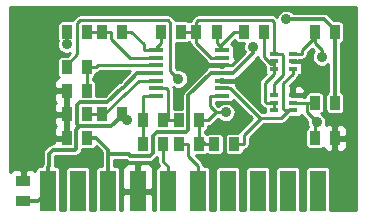
<source format=gbl>
%FSLAX46Y46*%
G04 Gerber Fmt 4.6, Leading zero omitted, Abs format (unit mm)*
G04 Created by KiCad (PCBNEW (2014-09-02 BZR 5112)-product) date 2015-01-28 2:30:08 PM*
%MOMM*%
G01*
G04 APERTURE LIST*
%ADD10C,0.150000*%
%ADD11R,1.300480X0.299720*%
%ADD12R,0.797560X0.398780*%
%ADD13R,0.812800X1.143000*%
%ADD14R,1.143000X0.812800*%
%ADD15R,1.350000X3.500000*%
%ADD16C,0.889000*%
%ADD17C,0.304800*%
%ADD18C,0.254000*%
G04 APERTURE END LIST*
D10*
D11*
X110706000Y-84430400D03*
X110706000Y-83795400D03*
X110706000Y-83135000D03*
X110706000Y-82500000D03*
X110706000Y-81839600D03*
X110706000Y-81191900D03*
X110706000Y-80544200D03*
X116294000Y-80544200D03*
X116294000Y-81191900D03*
X116294000Y-81839600D03*
X116294000Y-82500000D03*
X116294000Y-83147700D03*
X116294000Y-83795400D03*
X116294000Y-84443100D03*
D12*
X122297560Y-84352300D03*
X122297560Y-85000000D03*
X122297560Y-85647700D03*
X120702440Y-85647700D03*
X120702440Y-85000000D03*
X120702440Y-84352300D03*
X122297560Y-80852300D03*
X122297560Y-81500000D03*
X122297560Y-82147700D03*
X120702440Y-82147700D03*
X120702440Y-81500000D03*
X120702440Y-80852300D03*
D13*
X125850900Y-88000000D03*
X124149100Y-88000000D03*
X114350900Y-86500000D03*
X112649100Y-86500000D03*
X125850900Y-85000000D03*
X124149100Y-85000000D03*
X125850900Y-79000000D03*
X124149100Y-79000000D03*
X114350900Y-88500000D03*
X112649100Y-88500000D03*
X115649100Y-88500000D03*
X117350900Y-88500000D03*
X118149100Y-79000000D03*
X119850900Y-79000000D03*
X107850900Y-79000000D03*
X106149100Y-79000000D03*
X103149100Y-82000000D03*
X104850900Y-82000000D03*
X104850900Y-84000000D03*
X103149100Y-84000000D03*
X104850900Y-79000000D03*
X103149100Y-79000000D03*
X112850900Y-79000000D03*
X111149100Y-79000000D03*
X115850900Y-79000000D03*
X114149100Y-79000000D03*
D14*
X99500000Y-93350900D03*
X99500000Y-91649100D03*
D13*
X103149100Y-88000000D03*
X104850900Y-88000000D03*
X111350900Y-86500000D03*
X109649100Y-86500000D03*
X103149100Y-86000000D03*
X104850900Y-86000000D03*
X107850900Y-86000000D03*
X106149100Y-86000000D03*
X109649100Y-88500000D03*
X111350900Y-88500000D03*
D15*
X101570000Y-92500000D03*
X104110000Y-92500000D03*
X106650000Y-92500000D03*
X109190000Y-92500000D03*
X111730000Y-92500000D03*
X114270000Y-92500000D03*
X116810000Y-92500000D03*
X119350000Y-92500000D03*
X121890000Y-92500000D03*
X124430000Y-92500000D03*
D16*
X108230000Y-86500000D03*
X118950000Y-80300000D03*
X121750000Y-77950000D03*
X102500019Y-89828821D03*
X100798179Y-89443963D03*
X117629871Y-80260839D03*
X123693190Y-83087220D03*
X115336926Y-90063074D03*
X105759831Y-89500000D03*
X107829852Y-90202066D03*
X117796572Y-83394489D03*
X112600000Y-84400000D03*
X100807434Y-85357434D03*
X105838470Y-82958986D03*
X107489472Y-82895330D03*
X100807434Y-85357434D03*
X112612600Y-82995400D03*
X124313900Y-86652500D03*
X124742200Y-81132500D03*
X103150000Y-80050000D03*
X116628800Y-85837900D03*
D17*
X101649099Y-90366101D02*
X101570000Y-90445200D01*
X102012765Y-88977901D02*
X101649099Y-89341567D01*
X103880621Y-88977901D02*
X102012765Y-88977901D01*
X103961901Y-88896621D02*
X103880621Y-88977901D01*
X103961901Y-87288699D02*
X103961901Y-88896621D01*
X101649099Y-89341567D02*
X101649099Y-90366101D01*
X104228800Y-87021800D02*
X103961901Y-87288699D01*
X101570000Y-90445200D02*
X101570000Y-92500000D01*
X109137427Y-82500000D02*
X107895005Y-83742422D01*
X104269200Y-84978300D02*
X104037700Y-85209800D01*
X104037700Y-85209800D02*
X104037700Y-86830700D01*
X104037700Y-86830700D02*
X104228800Y-87021800D01*
X106600482Y-84978300D02*
X104269200Y-84978300D01*
X107895005Y-83742422D02*
X107836360Y-83742422D01*
X110706000Y-82500000D02*
X109137427Y-82500000D01*
X107836360Y-83742422D02*
X106600482Y-84978300D01*
X99500000Y-93350900D02*
X100719100Y-93350900D01*
X100719100Y-93350900D02*
X101570000Y-92500000D01*
X107851000Y-86000000D02*
X107851000Y-86060400D01*
X107850900Y-86060300D02*
X107850900Y-86000000D01*
X107851000Y-86060400D02*
X107850900Y-86060300D01*
X107851000Y-86060400D02*
X107851000Y-86120900D01*
X107851000Y-86120900D02*
X108230000Y-86500000D01*
X106950100Y-87021800D02*
X107851000Y-86120900D01*
X104228800Y-87021800D02*
X106950100Y-87021800D01*
X117249040Y-82500000D02*
X118950000Y-80799040D01*
X116294000Y-82500000D02*
X117249040Y-82500000D01*
X118950000Y-80799040D02*
X118950000Y-80300000D01*
X104850900Y-88000000D02*
X105664000Y-88000000D01*
X106650000Y-89504500D02*
X106650000Y-88986000D01*
X106650000Y-88986000D02*
X105664000Y-88000000D01*
X115338960Y-82500000D02*
X116294000Y-82500000D01*
X113462200Y-84376760D02*
X115338960Y-82500000D01*
X113462200Y-87306800D02*
X113462200Y-84376760D01*
X110462300Y-89251600D02*
X110462300Y-87832500D01*
X113247300Y-87521700D02*
X113462200Y-87306800D01*
X110773100Y-87521700D02*
X113247300Y-87521700D01*
X108563834Y-89504500D02*
X110209400Y-89504500D01*
X110462300Y-87832500D02*
X110773100Y-87521700D01*
X108410499Y-89351165D02*
X108563834Y-89504500D01*
X110209400Y-89504500D02*
X110462300Y-89251600D01*
X106803335Y-89351165D02*
X108410499Y-89351165D01*
X106650000Y-89504500D02*
X106803335Y-89351165D01*
X122378617Y-77950000D02*
X121750000Y-77950000D01*
X125850900Y-78834900D02*
X124966000Y-77950000D01*
X125850900Y-79000000D02*
X125850900Y-78834900D01*
X124966000Y-77950000D02*
X122378617Y-77950000D01*
X125850900Y-85000000D02*
X125850900Y-79000000D01*
X106650000Y-92500000D02*
X106650000Y-89504500D01*
D18*
X113436800Y-89535500D02*
X113436800Y-88500000D01*
X114270000Y-90368700D02*
X113436800Y-89535500D01*
X112649100Y-88500000D02*
X113436800Y-88500000D01*
X114270000Y-92500000D02*
X114270000Y-90368700D01*
X105121179Y-89828821D02*
X103128636Y-89828821D01*
X105450000Y-89500000D02*
X105121179Y-89828821D01*
X103128636Y-89828821D02*
X102500019Y-89828821D01*
X117629871Y-81341931D02*
X117629871Y-80889456D01*
X117629871Y-80889456D02*
X117629871Y-80260839D01*
X116294000Y-81839600D02*
X117132202Y-81839600D01*
X117132202Y-81839600D02*
X117629871Y-81341931D01*
X123693190Y-83087220D02*
X123077341Y-82471371D01*
X122950340Y-81500000D02*
X122297560Y-81500000D01*
X123077341Y-81627001D02*
X122950340Y-81500000D01*
X123077341Y-82471371D02*
X123077341Y-81627001D01*
X109190000Y-92500000D02*
X107900000Y-92500000D01*
X107900000Y-92500000D02*
X107829852Y-92429852D01*
X107829852Y-92429852D02*
X107829852Y-90202066D01*
X116294000Y-83147700D02*
X117549783Y-83147700D01*
X117549783Y-83147700D02*
X117796572Y-83394489D01*
X105879484Y-83000000D02*
X105838470Y-82958986D01*
X107000000Y-83000000D02*
X105879484Y-83000000D01*
X111350900Y-89989600D02*
X111350900Y-88500000D01*
X111730000Y-90368700D02*
X111350900Y-89989600D01*
X111730000Y-92500000D02*
X111730000Y-90368700D01*
X109801760Y-83135000D02*
X110706000Y-83135000D01*
X106149100Y-86000000D02*
X106333700Y-86000000D01*
X108115950Y-84275832D02*
X109256782Y-83135000D01*
X109256782Y-83135000D02*
X109801760Y-83135000D01*
X106333700Y-86000000D02*
X108057868Y-84275832D01*
X108057868Y-84275832D02*
X108115950Y-84275832D01*
X106149100Y-86000000D02*
X104850900Y-86000000D01*
X105799000Y-81839600D02*
X110706000Y-81839600D01*
X105638600Y-82000000D02*
X105799000Y-81839600D01*
X104850900Y-82000000D02*
X105638600Y-82000000D01*
X104850900Y-84000000D02*
X104850900Y-82000000D01*
X115850900Y-79000000D02*
X115850900Y-79952800D01*
X118149100Y-79000000D02*
X117361400Y-79000000D01*
X117361400Y-79000000D02*
X116129800Y-80231600D01*
X115850900Y-79952800D02*
X116129800Y-80231600D01*
X116294000Y-80395900D02*
X116294000Y-80544200D01*
X116129800Y-80231600D02*
X116294000Y-80395900D01*
X109674500Y-80035900D02*
X109674500Y-80544200D01*
X108638600Y-79000000D02*
X109674500Y-80035900D01*
X107850900Y-79000000D02*
X108638600Y-79000000D01*
X110706000Y-80544200D02*
X109674500Y-80544200D01*
X110706000Y-80395900D02*
X110706000Y-80544200D01*
X111149100Y-79952800D02*
X110706000Y-80395900D01*
X111149100Y-79000000D02*
X111149100Y-79952800D01*
X112168101Y-82550901D02*
X112612600Y-82995400D01*
X104075501Y-79703759D02*
X104063499Y-79691757D01*
X111936900Y-78241800D02*
X111936900Y-82319700D01*
X111728800Y-78033700D02*
X111936900Y-78241800D01*
X104063499Y-78245702D02*
X104275501Y-78033700D01*
X104063499Y-79691757D02*
X104063499Y-78245702D01*
X104075501Y-80908499D02*
X104075501Y-79703759D01*
X103149100Y-81834900D02*
X104075501Y-80908499D01*
X103149100Y-82000000D02*
X103149100Y-81834900D01*
X111936900Y-82319700D02*
X112168101Y-82550901D01*
X104275501Y-78033700D02*
X111728800Y-78033700D01*
X104850900Y-79000000D02*
X106149100Y-79000000D01*
X108525600Y-81191900D02*
X110706000Y-81191900D01*
X106936800Y-79603100D02*
X108525600Y-81191900D01*
X106936800Y-79000000D02*
X106936800Y-79603100D01*
X106149100Y-79000000D02*
X106936800Y-79000000D01*
X111737241Y-83922401D02*
X111610240Y-83795400D01*
X111737500Y-86500000D02*
X111737241Y-86499741D01*
X111737241Y-86499741D02*
X111737241Y-83922401D01*
X111610240Y-83795400D02*
X110706000Y-83795400D01*
X111350900Y-86500000D02*
X111737500Y-86500000D01*
X111737500Y-86500000D02*
X112649100Y-86500000D01*
X109649100Y-88500000D02*
X109649100Y-86500000D01*
X109649100Y-84455800D02*
X109674500Y-84430400D01*
X109649100Y-86500000D02*
X109649100Y-84455800D01*
X110706000Y-84430400D02*
X109674500Y-84430400D01*
X116294000Y-83795400D02*
X117023658Y-83795400D01*
X119507658Y-86279400D02*
X119639000Y-86279400D01*
X117023658Y-83795400D02*
X119507658Y-86279400D01*
X122298000Y-82147700D02*
X122298000Y-82374400D01*
X122297600Y-82374000D02*
X122297600Y-82147700D01*
X122298000Y-82374400D02*
X122297600Y-82374000D01*
X122297600Y-85647700D02*
X122298000Y-85647700D01*
X121645000Y-85647700D02*
X121971300Y-85647700D01*
X121518000Y-85520700D02*
X121645000Y-85647700D01*
X121518000Y-83380900D02*
X121518000Y-85520700D01*
X122298000Y-82601100D02*
X121518000Y-83380900D01*
X122298000Y-82374400D02*
X122298000Y-82601100D01*
X121971300Y-85647700D02*
X122297600Y-85647700D01*
X121339600Y-86279400D02*
X119639000Y-86279400D01*
X121971300Y-85647700D02*
X121339600Y-86279400D01*
X118138600Y-87779800D02*
X119639000Y-86279400D01*
X118138600Y-88500000D02*
X118138600Y-87779800D01*
X117350900Y-88500000D02*
X118138600Y-88500000D01*
X120702000Y-85323800D02*
X120702000Y-85647700D01*
X120702400Y-85324200D02*
X120702400Y-85647700D01*
X120702000Y-85323800D02*
X120702400Y-85324200D01*
X119850900Y-81143400D02*
X119850900Y-79000000D01*
X120482700Y-81775200D02*
X119850900Y-81143400D01*
X120702000Y-81775200D02*
X120482700Y-81775200D01*
X120702000Y-81500000D02*
X120702000Y-81637600D01*
X120702000Y-81637600D02*
X120702000Y-81775200D01*
X120702400Y-81637200D02*
X120702400Y-81500000D01*
X120702000Y-81637600D02*
X120702400Y-81637200D01*
X120376000Y-85000000D02*
X120702400Y-85000000D01*
X120702000Y-85000000D02*
X120702000Y-85323800D01*
X120376000Y-85000000D02*
X120702000Y-85000000D01*
X120702000Y-81775200D02*
X120702000Y-82188100D01*
X120050000Y-85000000D02*
X120376000Y-85000000D01*
X119923000Y-84873000D02*
X120050000Y-85000000D01*
X119923000Y-83380900D02*
X119923000Y-84873000D01*
X120702000Y-82601100D02*
X119923000Y-83380900D01*
X120702000Y-82188100D02*
X120702000Y-82601100D01*
X120702400Y-82187700D02*
X120702400Y-82147700D01*
X120702000Y-82188100D02*
X120702400Y-82187700D01*
X124149000Y-85000000D02*
X124149100Y-85000000D01*
X122298000Y-85000000D02*
X122297600Y-85000000D01*
X124149000Y-85000000D02*
X123486300Y-85000000D01*
X123486300Y-85000000D02*
X122298000Y-85000000D01*
X124149100Y-88000000D02*
X124149100Y-87047200D01*
X124149100Y-86817300D02*
X124149100Y-87047200D01*
X124313900Y-86652500D02*
X124149100Y-86817300D01*
X123486300Y-85824900D02*
X124313900Y-86652500D01*
X123486300Y-85000000D02*
X123486300Y-85824900D01*
X124742200Y-80545900D02*
X124149100Y-79952800D01*
X124742200Y-81132500D02*
X124742200Y-80545900D01*
X124149100Y-79000000D02*
X124149100Y-79476400D01*
X124149100Y-79476400D02*
X124149100Y-79952800D01*
X123077700Y-80547800D02*
X123077700Y-80852300D01*
X124149100Y-79476400D02*
X123077700Y-80547800D01*
X122297600Y-80852300D02*
X123077700Y-80852300D01*
X114149100Y-79000000D02*
X114149100Y-79951240D01*
X114149100Y-79951240D02*
X115389760Y-81191900D01*
X115389760Y-81191900D02*
X116294000Y-81191900D01*
X120702440Y-80852300D02*
X120702440Y-78187838D01*
X114276101Y-78047499D02*
X114149100Y-78174500D01*
X120702440Y-78187838D02*
X120562101Y-78047499D01*
X120562101Y-78047499D02*
X114276101Y-78047499D01*
X114149100Y-78174500D02*
X114149100Y-79000000D01*
X120702400Y-80852300D02*
X120702000Y-80852300D01*
X120702000Y-84352300D02*
X120702000Y-83892000D01*
X120702400Y-83892400D02*
X120702400Y-84352300D01*
X120702000Y-83892000D02*
X120702400Y-83892400D01*
X112850900Y-79000000D02*
X113638600Y-79000000D01*
X114149100Y-79000000D02*
X113638600Y-79000000D01*
X121355000Y-80852300D02*
X121028700Y-80852300D01*
X121482000Y-80979300D02*
X121355000Y-80852300D01*
X121482000Y-82651900D02*
X121482000Y-80979300D01*
X120702000Y-83431700D02*
X121482000Y-82651900D01*
X120702000Y-83892000D02*
X120702000Y-83431700D01*
X121028700Y-80852300D02*
X120702400Y-80852300D01*
X103149100Y-80049100D02*
X103150000Y-80050000D01*
X103149100Y-79000000D02*
X103149100Y-80049100D01*
X114350900Y-86500000D02*
X114350900Y-86976400D01*
X114350900Y-86976400D02*
X114350900Y-87547200D01*
X114350900Y-88500000D02*
X114350900Y-88023600D01*
X114350900Y-88023600D02*
X114350900Y-87547200D01*
X114385000Y-88023600D02*
X114861400Y-88500000D01*
X114350900Y-88023600D02*
X114385000Y-88023600D01*
X115649100Y-88500000D02*
X114861400Y-88500000D01*
X114350900Y-86500000D02*
X115138600Y-86500000D01*
X116294000Y-84443100D02*
X115262500Y-84443100D01*
X115262500Y-85299700D02*
X115262500Y-84443100D01*
X115800700Y-85837900D02*
X115262500Y-85299700D01*
X116628800Y-85837900D02*
X115800700Y-85837900D01*
X115800700Y-85837900D02*
X115138600Y-86500000D01*
G36*
X106116600Y-90361536D02*
X105975000Y-90361536D01*
X105829726Y-90389722D01*
X105702044Y-90473596D01*
X105616574Y-90600216D01*
X105586536Y-90750000D01*
X105586536Y-94119800D01*
X105173464Y-94119800D01*
X105173464Y-90750000D01*
X105145278Y-90604726D01*
X105061404Y-90477044D01*
X104934784Y-90391574D01*
X104785000Y-90361536D01*
X103435000Y-90361536D01*
X103289726Y-90389722D01*
X103162044Y-90473596D01*
X103076574Y-90600216D01*
X103046536Y-90750000D01*
X103046536Y-94119800D01*
X102633464Y-94119800D01*
X102633464Y-90750000D01*
X102605278Y-90604726D01*
X102521404Y-90477044D01*
X102394784Y-90391574D01*
X102245000Y-90361536D01*
X102182499Y-90361536D01*
X102182499Y-89562508D01*
X102233706Y-89511301D01*
X103880621Y-89511301D01*
X104084744Y-89470698D01*
X104257792Y-89355072D01*
X104339072Y-89273792D01*
X104454698Y-89100745D01*
X104454698Y-89100744D01*
X104482701Y-88959964D01*
X105257300Y-88959964D01*
X105402574Y-88931778D01*
X105530256Y-88847904D01*
X105615726Y-88721284D01*
X105618267Y-88708609D01*
X106116600Y-89206941D01*
X106116600Y-89504500D01*
X106116600Y-90361536D01*
X106116600Y-90361536D01*
G37*
X106116600Y-90361536D02*
X105975000Y-90361536D01*
X105829726Y-90389722D01*
X105702044Y-90473596D01*
X105616574Y-90600216D01*
X105586536Y-90750000D01*
X105586536Y-94119800D01*
X105173464Y-94119800D01*
X105173464Y-90750000D01*
X105145278Y-90604726D01*
X105061404Y-90477044D01*
X104934784Y-90391574D01*
X104785000Y-90361536D01*
X103435000Y-90361536D01*
X103289726Y-90389722D01*
X103162044Y-90473596D01*
X103076574Y-90600216D01*
X103046536Y-90750000D01*
X103046536Y-94119800D01*
X102633464Y-94119800D01*
X102633464Y-90750000D01*
X102605278Y-90604726D01*
X102521404Y-90477044D01*
X102394784Y-90391574D01*
X102245000Y-90361536D01*
X102182499Y-90361536D01*
X102182499Y-89562508D01*
X102233706Y-89511301D01*
X103880621Y-89511301D01*
X104084744Y-89470698D01*
X104257792Y-89355072D01*
X104339072Y-89273792D01*
X104454698Y-89100745D01*
X104454698Y-89100744D01*
X104482701Y-88959964D01*
X105257300Y-88959964D01*
X105402574Y-88931778D01*
X105530256Y-88847904D01*
X105615726Y-88721284D01*
X105618267Y-88708609D01*
X106116600Y-89206941D01*
X106116600Y-89504500D01*
X106116600Y-90361536D01*
G36*
X108535485Y-82347600D02*
X107633763Y-83249321D01*
X107632236Y-83249625D01*
X107562923Y-83295938D01*
X107459189Y-83365251D01*
X107459186Y-83365254D01*
X106379540Y-84444900D01*
X105645764Y-84444900D01*
X105645764Y-83428500D01*
X105617578Y-83283226D01*
X105533704Y-83155544D01*
X105407084Y-83070074D01*
X105358900Y-83060411D01*
X105358900Y-82940251D01*
X105402574Y-82931778D01*
X105530256Y-82847904D01*
X105615726Y-82721284D01*
X105645764Y-82571500D01*
X105645764Y-82506574D01*
X105833003Y-82469331D01*
X105997810Y-82359210D01*
X106009420Y-82347600D01*
X108535485Y-82347600D01*
X108535485Y-82347600D01*
G37*
X108535485Y-82347600D02*
X107633763Y-83249321D01*
X107632236Y-83249625D01*
X107562923Y-83295938D01*
X107459189Y-83365251D01*
X107459186Y-83365254D01*
X106379540Y-84444900D01*
X105645764Y-84444900D01*
X105645764Y-83428500D01*
X105617578Y-83283226D01*
X105533704Y-83155544D01*
X105407084Y-83070074D01*
X105358900Y-83060411D01*
X105358900Y-82940251D01*
X105402574Y-82931778D01*
X105530256Y-82847904D01*
X105615726Y-82721284D01*
X105645764Y-82571500D01*
X105645764Y-82506574D01*
X105833003Y-82469331D01*
X105997810Y-82359210D01*
X106009420Y-82347600D01*
X108535485Y-82347600D01*
G36*
X111012635Y-90369755D02*
X110909726Y-90389722D01*
X110782044Y-90473596D01*
X110696574Y-90600216D01*
X110666536Y-90750000D01*
X110666536Y-94119800D01*
X110500000Y-94119800D01*
X110500000Y-92785750D01*
X110500000Y-92214250D01*
X110500000Y-90876309D01*
X110500000Y-90623690D01*
X110403327Y-90390301D01*
X110224698Y-90211673D01*
X109991309Y-90115000D01*
X109475750Y-90115000D01*
X109317000Y-90273750D01*
X109317000Y-92373000D01*
X110341250Y-92373000D01*
X110500000Y-92214250D01*
X110500000Y-92785750D01*
X110341250Y-92627000D01*
X109317000Y-92627000D01*
X109317000Y-92647000D01*
X109063000Y-92647000D01*
X109063000Y-92627000D01*
X109063000Y-92373000D01*
X109063000Y-90273750D01*
X108904250Y-90115000D01*
X108388691Y-90115000D01*
X108155302Y-90211673D01*
X107976673Y-90390301D01*
X107880000Y-90623690D01*
X107880000Y-90876309D01*
X107880000Y-92214250D01*
X108038750Y-92373000D01*
X109063000Y-92373000D01*
X109063000Y-92627000D01*
X108038750Y-92627000D01*
X107880000Y-92785750D01*
X107880000Y-94119800D01*
X107713464Y-94119800D01*
X107713464Y-90750000D01*
X107685278Y-90604726D01*
X107601404Y-90477044D01*
X107474784Y-90391574D01*
X107325000Y-90361536D01*
X107183400Y-90361536D01*
X107183400Y-89884565D01*
X108190994Y-89884565D01*
X108190995Y-89884565D01*
X108290397Y-89950983D01*
X108359710Y-89997297D01*
X108359711Y-89997297D01*
X108563834Y-90037900D01*
X110209400Y-90037900D01*
X110413523Y-89997297D01*
X110586571Y-89881671D01*
X110839467Y-89628773D01*
X110839471Y-89628771D01*
X110839471Y-89628770D01*
X110842900Y-89623639D01*
X110842900Y-89989600D01*
X110881569Y-90184003D01*
X110991690Y-90348810D01*
X111012635Y-90369755D01*
X111012635Y-90369755D01*
G37*
X111012635Y-90369755D02*
X110909726Y-90389722D01*
X110782044Y-90473596D01*
X110696574Y-90600216D01*
X110666536Y-90750000D01*
X110666536Y-94119800D01*
X110500000Y-94119800D01*
X110500000Y-92785750D01*
X110500000Y-92214250D01*
X110500000Y-90876309D01*
X110500000Y-90623690D01*
X110403327Y-90390301D01*
X110224698Y-90211673D01*
X109991309Y-90115000D01*
X109475750Y-90115000D01*
X109317000Y-90273750D01*
X109317000Y-92373000D01*
X110341250Y-92373000D01*
X110500000Y-92214250D01*
X110500000Y-92785750D01*
X110341250Y-92627000D01*
X109317000Y-92627000D01*
X109317000Y-92647000D01*
X109063000Y-92647000D01*
X109063000Y-92627000D01*
X109063000Y-92373000D01*
X109063000Y-90273750D01*
X108904250Y-90115000D01*
X108388691Y-90115000D01*
X108155302Y-90211673D01*
X107976673Y-90390301D01*
X107880000Y-90623690D01*
X107880000Y-90876309D01*
X107880000Y-92214250D01*
X108038750Y-92373000D01*
X109063000Y-92373000D01*
X109063000Y-92627000D01*
X108038750Y-92627000D01*
X107880000Y-92785750D01*
X107880000Y-94119800D01*
X107713464Y-94119800D01*
X107713464Y-90750000D01*
X107685278Y-90604726D01*
X107601404Y-90477044D01*
X107474784Y-90391574D01*
X107325000Y-90361536D01*
X107183400Y-90361536D01*
X107183400Y-89884565D01*
X108190994Y-89884565D01*
X108190995Y-89884565D01*
X108290397Y-89950983D01*
X108359710Y-89997297D01*
X108359711Y-89997297D01*
X108563834Y-90037900D01*
X110209400Y-90037900D01*
X110413523Y-89997297D01*
X110586571Y-89881671D01*
X110839467Y-89628773D01*
X110839471Y-89628771D01*
X110839471Y-89628770D01*
X110842900Y-89623639D01*
X110842900Y-89989600D01*
X110881569Y-90184003D01*
X110991690Y-90348810D01*
X111012635Y-90369755D01*
G36*
X116441000Y-81914530D02*
X116421000Y-81914530D01*
X116421000Y-81961676D01*
X116167000Y-81961676D01*
X116167000Y-81914530D01*
X115167510Y-81914530D01*
X115008760Y-82073280D01*
X115008760Y-82091444D01*
X114961789Y-82122829D01*
X114961786Y-82122832D01*
X113085029Y-83999589D01*
X112969403Y-84172637D01*
X112928800Y-84376760D01*
X112928800Y-85540036D01*
X112245241Y-85540036D01*
X112245241Y-83922401D01*
X112206572Y-83727998D01*
X112199768Y-83717816D01*
X112447677Y-83820757D01*
X112776082Y-83821043D01*
X113079598Y-83695633D01*
X113312017Y-83463619D01*
X113437957Y-83160323D01*
X113438243Y-82831918D01*
X113312833Y-82528402D01*
X113080819Y-82295983D01*
X112777523Y-82170043D01*
X112505426Y-82169806D01*
X112444900Y-82109279D01*
X112444900Y-79959964D01*
X113257300Y-79959964D01*
X113402574Y-79931778D01*
X113500429Y-79867496D01*
X113592916Y-79929926D01*
X113641100Y-79939588D01*
X113641100Y-79951240D01*
X113679769Y-80145643D01*
X113789890Y-80310450D01*
X115018750Y-81539310D01*
X115008760Y-81563431D01*
X115008760Y-81605920D01*
X115167510Y-81764670D01*
X116167000Y-81764670D01*
X116167000Y-81730224D01*
X116421000Y-81730224D01*
X116421000Y-81764670D01*
X116441000Y-81764670D01*
X116441000Y-81914530D01*
X116441000Y-81914530D01*
G37*
X116441000Y-81914530D02*
X116421000Y-81914530D01*
X116421000Y-81961676D01*
X116167000Y-81961676D01*
X116167000Y-81914530D01*
X115167510Y-81914530D01*
X115008760Y-82073280D01*
X115008760Y-82091444D01*
X114961789Y-82122829D01*
X114961786Y-82122832D01*
X113085029Y-83999589D01*
X112969403Y-84172637D01*
X112928800Y-84376760D01*
X112928800Y-85540036D01*
X112245241Y-85540036D01*
X112245241Y-83922401D01*
X112206572Y-83727998D01*
X112199768Y-83717816D01*
X112447677Y-83820757D01*
X112776082Y-83821043D01*
X113079598Y-83695633D01*
X113312017Y-83463619D01*
X113437957Y-83160323D01*
X113438243Y-82831918D01*
X113312833Y-82528402D01*
X113080819Y-82295983D01*
X112777523Y-82170043D01*
X112505426Y-82169806D01*
X112444900Y-82109279D01*
X112444900Y-79959964D01*
X113257300Y-79959964D01*
X113402574Y-79931778D01*
X113500429Y-79867496D01*
X113592916Y-79929926D01*
X113641100Y-79939588D01*
X113641100Y-79951240D01*
X113679769Y-80145643D01*
X113789890Y-80310450D01*
X115018750Y-81539310D01*
X115008760Y-81563431D01*
X115008760Y-81605920D01*
X115167510Y-81764670D01*
X116167000Y-81764670D01*
X116167000Y-81730224D01*
X116421000Y-81730224D01*
X116421000Y-81764670D01*
X116441000Y-81764670D01*
X116441000Y-81914530D01*
G36*
X118243315Y-80751382D02*
X117535899Y-81458798D01*
X117482567Y-81330042D01*
X117332704Y-81180178D01*
X117332704Y-81042040D01*
X117304518Y-80896766D01*
X117285986Y-80868554D01*
X117302666Y-80843844D01*
X117332704Y-80694060D01*
X117332704Y-80394340D01*
X117304518Y-80249066D01*
X117220644Y-80121384D01*
X117094024Y-80035914D01*
X117052278Y-80027542D01*
X117379273Y-79700547D01*
X117382422Y-79716774D01*
X117466296Y-79844456D01*
X117592916Y-79929926D01*
X117742700Y-79959964D01*
X118197356Y-79959964D01*
X118124643Y-80135077D01*
X118124357Y-80463482D01*
X118243315Y-80751382D01*
X118243315Y-80751382D01*
G37*
X118243315Y-80751382D02*
X117535899Y-81458798D01*
X117482567Y-81330042D01*
X117332704Y-81180178D01*
X117332704Y-81042040D01*
X117304518Y-80896766D01*
X117285986Y-80868554D01*
X117302666Y-80843844D01*
X117332704Y-80694060D01*
X117332704Y-80394340D01*
X117304518Y-80249066D01*
X117220644Y-80121384D01*
X117094024Y-80035914D01*
X117052278Y-80027542D01*
X117379273Y-79700547D01*
X117382422Y-79716774D01*
X117466296Y-79844456D01*
X117592916Y-79929926D01*
X117742700Y-79959964D01*
X118197356Y-79959964D01*
X118124643Y-80135077D01*
X118124357Y-80463482D01*
X118243315Y-80751382D01*
G36*
X120002566Y-82582461D02*
X119563605Y-83021874D01*
X119507827Y-83105444D01*
X119453669Y-83186497D01*
X119453643Y-83186625D01*
X119453569Y-83186737D01*
X119434220Y-83284271D01*
X119415000Y-83380900D01*
X119415000Y-83381161D01*
X119415000Y-84873000D01*
X119453669Y-85067403D01*
X119563790Y-85232210D01*
X119690790Y-85359210D01*
X119855596Y-85469331D01*
X119855597Y-85469331D01*
X119915196Y-85481186D01*
X119915196Y-85771400D01*
X119718078Y-85771400D01*
X117518115Y-83571437D01*
X117579240Y-83423869D01*
X117579240Y-83381380D01*
X117420490Y-83222630D01*
X116421000Y-83222630D01*
X116421000Y-83257076D01*
X116167000Y-83257076D01*
X116167000Y-83222630D01*
X116147000Y-83222630D01*
X116147000Y-83072770D01*
X116167000Y-83072770D01*
X116167000Y-83038324D01*
X116421000Y-83038324D01*
X116421000Y-83072770D01*
X117420490Y-83072770D01*
X117579240Y-82914020D01*
X117579240Y-82908555D01*
X117626211Y-82877171D01*
X119327171Y-81176211D01*
X119344321Y-81150543D01*
X119381569Y-81337803D01*
X119491690Y-81502610D01*
X119918903Y-81929823D01*
X119915196Y-81948310D01*
X119915196Y-82347090D01*
X119943382Y-82492364D01*
X120002566Y-82582461D01*
X120002566Y-82582461D01*
G37*
X120002566Y-82582461D02*
X119563605Y-83021874D01*
X119507827Y-83105444D01*
X119453669Y-83186497D01*
X119453643Y-83186625D01*
X119453569Y-83186737D01*
X119434220Y-83284271D01*
X119415000Y-83380900D01*
X119415000Y-83381161D01*
X119415000Y-84873000D01*
X119453669Y-85067403D01*
X119563790Y-85232210D01*
X119690790Y-85359210D01*
X119855596Y-85469331D01*
X119855597Y-85469331D01*
X119915196Y-85481186D01*
X119915196Y-85771400D01*
X119718078Y-85771400D01*
X117518115Y-83571437D01*
X117579240Y-83423869D01*
X117579240Y-83381380D01*
X117420490Y-83222630D01*
X116421000Y-83222630D01*
X116421000Y-83257076D01*
X116167000Y-83257076D01*
X116167000Y-83222630D01*
X116147000Y-83222630D01*
X116147000Y-83072770D01*
X116167000Y-83072770D01*
X116167000Y-83038324D01*
X116421000Y-83038324D01*
X116421000Y-83072770D01*
X117420490Y-83072770D01*
X117579240Y-82914020D01*
X117579240Y-82908555D01*
X117626211Y-82877171D01*
X119327171Y-81176211D01*
X119344321Y-81150543D01*
X119381569Y-81337803D01*
X119491690Y-81502610D01*
X119918903Y-81929823D01*
X119915196Y-81948310D01*
X119915196Y-82347090D01*
X119943382Y-82492364D01*
X120002566Y-82582461D01*
G36*
X127619800Y-94119800D02*
X126892300Y-94119800D01*
X126892300Y-88697810D01*
X126892300Y-88445191D01*
X126892300Y-88285750D01*
X126892300Y-87714250D01*
X126892300Y-87554809D01*
X126892300Y-87302190D01*
X126795627Y-87068801D01*
X126616998Y-86890173D01*
X126383609Y-86793500D01*
X126136650Y-86793500D01*
X125977900Y-86952250D01*
X125977900Y-87873000D01*
X126733550Y-87873000D01*
X126892300Y-87714250D01*
X126892300Y-88285750D01*
X126733550Y-88127000D01*
X125977900Y-88127000D01*
X125977900Y-89047750D01*
X126136650Y-89206500D01*
X126383609Y-89206500D01*
X126616998Y-89109827D01*
X126795627Y-88931199D01*
X126892300Y-88697810D01*
X126892300Y-94119800D01*
X125493464Y-94119800D01*
X125493464Y-90750000D01*
X125465278Y-90604726D01*
X125381404Y-90477044D01*
X125254784Y-90391574D01*
X125105000Y-90361536D01*
X123755000Y-90361536D01*
X123609726Y-90389722D01*
X123482044Y-90473596D01*
X123396574Y-90600216D01*
X123366536Y-90750000D01*
X123366536Y-94119800D01*
X122953464Y-94119800D01*
X122953464Y-90750000D01*
X122925278Y-90604726D01*
X122841404Y-90477044D01*
X122714784Y-90391574D01*
X122565000Y-90361536D01*
X121215000Y-90361536D01*
X121069726Y-90389722D01*
X120942044Y-90473596D01*
X120856574Y-90600216D01*
X120826536Y-90750000D01*
X120826536Y-94119800D01*
X120413464Y-94119800D01*
X120413464Y-90750000D01*
X120385278Y-90604726D01*
X120301404Y-90477044D01*
X120174784Y-90391574D01*
X120025000Y-90361536D01*
X118675000Y-90361536D01*
X118529726Y-90389722D01*
X118402044Y-90473596D01*
X118316574Y-90600216D01*
X118286536Y-90750000D01*
X118286536Y-94119800D01*
X117873464Y-94119800D01*
X117873464Y-90750000D01*
X117845278Y-90604726D01*
X117761404Y-90477044D01*
X117634784Y-90391574D01*
X117485000Y-90361536D01*
X116135000Y-90361536D01*
X115989726Y-90389722D01*
X115862044Y-90473596D01*
X115776574Y-90600216D01*
X115746536Y-90750000D01*
X115746536Y-94119800D01*
X115333464Y-94119800D01*
X115333464Y-90750000D01*
X115305278Y-90604726D01*
X115221404Y-90477044D01*
X115094784Y-90391574D01*
X114945000Y-90361536D01*
X114776574Y-90361536D01*
X114739331Y-90174297D01*
X114629210Y-90009490D01*
X114079684Y-89459964D01*
X114757300Y-89459964D01*
X114902574Y-89431778D01*
X115000429Y-89367496D01*
X115092916Y-89429926D01*
X115242700Y-89459964D01*
X116055500Y-89459964D01*
X116200774Y-89431778D01*
X116328456Y-89347904D01*
X116413926Y-89221284D01*
X116443964Y-89071500D01*
X116443964Y-87928500D01*
X116415778Y-87783226D01*
X116331904Y-87655544D01*
X116205284Y-87570074D01*
X116055500Y-87540036D01*
X115242700Y-87540036D01*
X115097426Y-87568222D01*
X114999570Y-87632503D01*
X114907084Y-87570074D01*
X114858900Y-87560411D01*
X114858900Y-87547200D01*
X114858900Y-87440251D01*
X114902574Y-87431778D01*
X115030256Y-87347904D01*
X115115726Y-87221284D01*
X115145764Y-87071500D01*
X115145764Y-87006574D01*
X115333003Y-86969331D01*
X115497810Y-86859210D01*
X115990290Y-86366729D01*
X116160581Y-86537317D01*
X116463877Y-86663257D01*
X116792282Y-86663543D01*
X117095798Y-86538133D01*
X117328217Y-86306119D01*
X117454157Y-86002823D01*
X117454443Y-85674418D01*
X117329033Y-85370902D01*
X117097019Y-85138483D01*
X116793723Y-85012543D01*
X116465318Y-85012257D01*
X116161802Y-85137667D01*
X115990194Y-85308974D01*
X115770500Y-85089280D01*
X115770500Y-84981424D01*
X116944240Y-84981424D01*
X117089514Y-84953238D01*
X117217196Y-84869364D01*
X117282482Y-84772644D01*
X118854908Y-86345071D01*
X117779390Y-87420590D01*
X117699578Y-87540036D01*
X116944500Y-87540036D01*
X116799226Y-87568222D01*
X116671544Y-87652096D01*
X116586074Y-87778716D01*
X116556036Y-87928500D01*
X116556036Y-89071500D01*
X116584222Y-89216774D01*
X116668096Y-89344456D01*
X116794716Y-89429926D01*
X116944500Y-89459964D01*
X117757300Y-89459964D01*
X117902574Y-89431778D01*
X118030256Y-89347904D01*
X118115726Y-89221284D01*
X118145764Y-89071500D01*
X118145764Y-89006574D01*
X118333003Y-88969331D01*
X118497810Y-88859210D01*
X118607931Y-88694403D01*
X118646600Y-88500000D01*
X118646600Y-87990220D01*
X119849420Y-86787400D01*
X121339600Y-86787400D01*
X121534003Y-86748731D01*
X121698810Y-86638610D01*
X122101866Y-86235554D01*
X122696340Y-86235554D01*
X122841614Y-86207368D01*
X122969296Y-86123494D01*
X123028239Y-86036171D01*
X123127090Y-86184110D01*
X123488492Y-86545512D01*
X123488257Y-86815982D01*
X123593536Y-87070777D01*
X123469744Y-87152096D01*
X123384274Y-87278716D01*
X123354236Y-87428500D01*
X123354236Y-88571500D01*
X123382422Y-88716774D01*
X123466296Y-88844456D01*
X123592916Y-88929926D01*
X123742700Y-88959964D01*
X124555500Y-88959964D01*
X124700774Y-88931778D01*
X124828456Y-88847904D01*
X124855237Y-88808228D01*
X124906173Y-88931199D01*
X125084802Y-89109827D01*
X125318191Y-89206500D01*
X125565150Y-89206500D01*
X125723900Y-89047750D01*
X125723900Y-88127000D01*
X125703900Y-88127000D01*
X125703900Y-87873000D01*
X125723900Y-87873000D01*
X125723900Y-86952250D01*
X125565150Y-86793500D01*
X125318191Y-86793500D01*
X125114085Y-86878043D01*
X125139257Y-86817423D01*
X125139543Y-86489018D01*
X125014133Y-86185502D01*
X124782119Y-85953083D01*
X124712407Y-85924136D01*
X124828456Y-85847904D01*
X124913926Y-85721284D01*
X124943964Y-85571500D01*
X124943964Y-84428500D01*
X124915778Y-84283226D01*
X124831904Y-84155544D01*
X124705284Y-84070074D01*
X124555500Y-84040036D01*
X123742700Y-84040036D01*
X123597426Y-84068222D01*
X123469744Y-84152096D01*
X123384274Y-84278716D01*
X123354236Y-84428500D01*
X123354236Y-84492000D01*
X123331340Y-84492000D01*
X123331340Y-84093855D01*
X123331340Y-84026601D01*
X123234667Y-83793212D01*
X123056039Y-83614583D01*
X122822650Y-83517910D01*
X122583310Y-83517910D01*
X122424560Y-83676660D01*
X122424560Y-84252605D01*
X123172590Y-84252605D01*
X123331340Y-84093855D01*
X123331340Y-84492000D01*
X123212595Y-84492000D01*
X123172590Y-84451995D01*
X122860658Y-84451995D01*
X122846124Y-84442184D01*
X122696340Y-84412146D01*
X122150560Y-84412146D01*
X122150560Y-84252605D01*
X122170560Y-84252605D01*
X122170560Y-83676660D01*
X122055632Y-83561732D01*
X122657164Y-82960356D01*
X122657182Y-82960328D01*
X122657210Y-82960310D01*
X122711355Y-82879275D01*
X122767306Y-82795564D01*
X122767312Y-82795530D01*
X122767331Y-82795503D01*
X122782583Y-82718820D01*
X122841614Y-82707368D01*
X122969296Y-82623494D01*
X123054766Y-82496874D01*
X123084804Y-82347090D01*
X123084804Y-82208951D01*
X123234667Y-82059088D01*
X123331340Y-81825699D01*
X123331340Y-81758445D01*
X123172590Y-81599695D01*
X122860658Y-81599695D01*
X122846124Y-81589884D01*
X122696340Y-81559846D01*
X122150560Y-81559846D01*
X122150560Y-81440154D01*
X122696340Y-81440154D01*
X122841614Y-81411968D01*
X122859368Y-81400305D01*
X123172590Y-81400305D01*
X123246089Y-81326805D01*
X123272103Y-81321631D01*
X123436910Y-81211510D01*
X123547031Y-81046703D01*
X123585700Y-80852300D01*
X123585700Y-80758220D01*
X123910900Y-80433020D01*
X124092515Y-80614635D01*
X124042783Y-80664281D01*
X123916843Y-80967577D01*
X123916557Y-81295982D01*
X124041967Y-81599498D01*
X124273981Y-81831917D01*
X124577277Y-81957857D01*
X124905682Y-81958143D01*
X125209198Y-81832733D01*
X125317500Y-81724619D01*
X125317500Y-84064676D01*
X125299226Y-84068222D01*
X125171544Y-84152096D01*
X125086074Y-84278716D01*
X125056036Y-84428500D01*
X125056036Y-85571500D01*
X125084222Y-85716774D01*
X125168096Y-85844456D01*
X125294716Y-85929926D01*
X125444500Y-85959964D01*
X126257300Y-85959964D01*
X126402574Y-85931778D01*
X126530256Y-85847904D01*
X126615726Y-85721284D01*
X126645764Y-85571500D01*
X126645764Y-84428500D01*
X126617578Y-84283226D01*
X126533704Y-84155544D01*
X126407084Y-84070074D01*
X126384300Y-84065504D01*
X126384300Y-79935323D01*
X126402574Y-79931778D01*
X126530256Y-79847904D01*
X126615726Y-79721284D01*
X126645764Y-79571500D01*
X126645764Y-78428500D01*
X126617578Y-78283226D01*
X126533704Y-78155544D01*
X126407084Y-78070074D01*
X126257300Y-78040036D01*
X125810377Y-78040036D01*
X125343171Y-77572829D01*
X125170123Y-77457203D01*
X124966000Y-77416600D01*
X122383946Y-77416600D01*
X122218219Y-77250583D01*
X121914923Y-77124643D01*
X121586518Y-77124357D01*
X121283002Y-77249767D01*
X121050583Y-77481781D01*
X120952063Y-77719041D01*
X120921311Y-77688289D01*
X120756504Y-77578168D01*
X120562101Y-77539499D01*
X114276101Y-77539499D01*
X114081698Y-77578168D01*
X113916891Y-77688288D01*
X113789890Y-77815290D01*
X113679769Y-77980097D01*
X113664841Y-78055142D01*
X113597426Y-78068222D01*
X113499570Y-78132503D01*
X113407084Y-78070074D01*
X113257300Y-78040036D01*
X112444500Y-78040036D01*
X112406243Y-78047458D01*
X112406231Y-78047397D01*
X112296110Y-77882590D01*
X112088010Y-77674490D01*
X111923203Y-77564369D01*
X111728800Y-77525700D01*
X104275501Y-77525700D01*
X104081097Y-77564369D01*
X103916291Y-77674490D01*
X103704289Y-77886492D01*
X103596235Y-78048205D01*
X103555500Y-78040036D01*
X102742700Y-78040036D01*
X102597426Y-78068222D01*
X102469744Y-78152096D01*
X102384274Y-78278716D01*
X102354236Y-78428500D01*
X102354236Y-79571500D01*
X102382422Y-79716774D01*
X102389839Y-79728066D01*
X102324643Y-79885077D01*
X102324357Y-80213482D01*
X102449767Y-80516998D01*
X102681781Y-80749417D01*
X102985077Y-80875357D01*
X103313482Y-80875643D01*
X103443771Y-80821808D01*
X103225544Y-81040036D01*
X102742700Y-81040036D01*
X102597426Y-81068222D01*
X102469744Y-81152096D01*
X102384274Y-81278716D01*
X102354236Y-81428500D01*
X102354236Y-82571500D01*
X102382422Y-82716774D01*
X102466296Y-82844456D01*
X102476592Y-82851406D01*
X102383002Y-82890173D01*
X102204373Y-83068801D01*
X102107700Y-83302190D01*
X102107700Y-83554809D01*
X102107700Y-83714250D01*
X102266450Y-83873000D01*
X103022100Y-83873000D01*
X103022100Y-83853000D01*
X103276100Y-83853000D01*
X103276100Y-83873000D01*
X103296100Y-83873000D01*
X103296100Y-84127000D01*
X103276100Y-84127000D01*
X103276100Y-84952250D01*
X103276100Y-85047750D01*
X103276100Y-85873000D01*
X103296100Y-85873000D01*
X103296100Y-86127000D01*
X103276100Y-86127000D01*
X103276100Y-86952250D01*
X103276100Y-87047750D01*
X103276100Y-87873000D01*
X103296100Y-87873000D01*
X103296100Y-88127000D01*
X103276100Y-88127000D01*
X103276100Y-88147000D01*
X103022100Y-88147000D01*
X103022100Y-88127000D01*
X103022100Y-87873000D01*
X103022100Y-87047750D01*
X103022100Y-86952250D01*
X103022100Y-86127000D01*
X103022100Y-85873000D01*
X103022100Y-85047750D01*
X103022100Y-84952250D01*
X103022100Y-84127000D01*
X102266450Y-84127000D01*
X102107700Y-84285750D01*
X102107700Y-84445191D01*
X102107700Y-84697810D01*
X102204373Y-84931199D01*
X102273174Y-85000000D01*
X102204373Y-85068801D01*
X102107700Y-85302190D01*
X102107700Y-85554809D01*
X102107700Y-85714250D01*
X102266450Y-85873000D01*
X103022100Y-85873000D01*
X103022100Y-86127000D01*
X102266450Y-86127000D01*
X102107700Y-86285750D01*
X102107700Y-86445191D01*
X102107700Y-86697810D01*
X102204373Y-86931199D01*
X102273174Y-87000000D01*
X102204373Y-87068801D01*
X102107700Y-87302190D01*
X102107700Y-87554809D01*
X102107700Y-87714250D01*
X102266450Y-87873000D01*
X103022100Y-87873000D01*
X103022100Y-88127000D01*
X102266450Y-88127000D01*
X102107700Y-88285750D01*
X102107700Y-88444501D01*
X102012765Y-88444501D01*
X101808641Y-88485104D01*
X101739328Y-88531417D01*
X101635594Y-88600730D01*
X101635591Y-88600733D01*
X101271928Y-88964396D01*
X101156302Y-89137444D01*
X101115699Y-89341567D01*
X101115699Y-90183463D01*
X101077203Y-90241077D01*
X101053241Y-90361536D01*
X100895000Y-90361536D01*
X100749726Y-90389722D01*
X100622044Y-90473596D01*
X100536574Y-90600216D01*
X100506536Y-90750000D01*
X100506536Y-90779710D01*
X100431199Y-90704373D01*
X100197810Y-90607700D01*
X99945191Y-90607700D01*
X99785750Y-90607700D01*
X99627000Y-90766450D01*
X99627000Y-91522100D01*
X99647000Y-91522100D01*
X99647000Y-91776100D01*
X99627000Y-91776100D01*
X99627000Y-91796100D01*
X99373000Y-91796100D01*
X99373000Y-91776100D01*
X99353000Y-91776100D01*
X99353000Y-91522100D01*
X99373000Y-91522100D01*
X99373000Y-90766450D01*
X99214250Y-90607700D01*
X99054809Y-90607700D01*
X98802190Y-90607700D01*
X98568801Y-90704373D01*
X98390173Y-90883002D01*
X98380200Y-90907078D01*
X98380200Y-76880200D01*
X127619800Y-76880200D01*
X127619800Y-94119800D01*
X127619800Y-94119800D01*
G37*
X127619800Y-94119800D02*
X126892300Y-94119800D01*
X126892300Y-88697810D01*
X126892300Y-88445191D01*
X126892300Y-88285750D01*
X126892300Y-87714250D01*
X126892300Y-87554809D01*
X126892300Y-87302190D01*
X126795627Y-87068801D01*
X126616998Y-86890173D01*
X126383609Y-86793500D01*
X126136650Y-86793500D01*
X125977900Y-86952250D01*
X125977900Y-87873000D01*
X126733550Y-87873000D01*
X126892300Y-87714250D01*
X126892300Y-88285750D01*
X126733550Y-88127000D01*
X125977900Y-88127000D01*
X125977900Y-89047750D01*
X126136650Y-89206500D01*
X126383609Y-89206500D01*
X126616998Y-89109827D01*
X126795627Y-88931199D01*
X126892300Y-88697810D01*
X126892300Y-94119800D01*
X125493464Y-94119800D01*
X125493464Y-90750000D01*
X125465278Y-90604726D01*
X125381404Y-90477044D01*
X125254784Y-90391574D01*
X125105000Y-90361536D01*
X123755000Y-90361536D01*
X123609726Y-90389722D01*
X123482044Y-90473596D01*
X123396574Y-90600216D01*
X123366536Y-90750000D01*
X123366536Y-94119800D01*
X122953464Y-94119800D01*
X122953464Y-90750000D01*
X122925278Y-90604726D01*
X122841404Y-90477044D01*
X122714784Y-90391574D01*
X122565000Y-90361536D01*
X121215000Y-90361536D01*
X121069726Y-90389722D01*
X120942044Y-90473596D01*
X120856574Y-90600216D01*
X120826536Y-90750000D01*
X120826536Y-94119800D01*
X120413464Y-94119800D01*
X120413464Y-90750000D01*
X120385278Y-90604726D01*
X120301404Y-90477044D01*
X120174784Y-90391574D01*
X120025000Y-90361536D01*
X118675000Y-90361536D01*
X118529726Y-90389722D01*
X118402044Y-90473596D01*
X118316574Y-90600216D01*
X118286536Y-90750000D01*
X118286536Y-94119800D01*
X117873464Y-94119800D01*
X117873464Y-90750000D01*
X117845278Y-90604726D01*
X117761404Y-90477044D01*
X117634784Y-90391574D01*
X117485000Y-90361536D01*
X116135000Y-90361536D01*
X115989726Y-90389722D01*
X115862044Y-90473596D01*
X115776574Y-90600216D01*
X115746536Y-90750000D01*
X115746536Y-94119800D01*
X115333464Y-94119800D01*
X115333464Y-90750000D01*
X115305278Y-90604726D01*
X115221404Y-90477044D01*
X115094784Y-90391574D01*
X114945000Y-90361536D01*
X114776574Y-90361536D01*
X114739331Y-90174297D01*
X114629210Y-90009490D01*
X114079684Y-89459964D01*
X114757300Y-89459964D01*
X114902574Y-89431778D01*
X115000429Y-89367496D01*
X115092916Y-89429926D01*
X115242700Y-89459964D01*
X116055500Y-89459964D01*
X116200774Y-89431778D01*
X116328456Y-89347904D01*
X116413926Y-89221284D01*
X116443964Y-89071500D01*
X116443964Y-87928500D01*
X116415778Y-87783226D01*
X116331904Y-87655544D01*
X116205284Y-87570074D01*
X116055500Y-87540036D01*
X115242700Y-87540036D01*
X115097426Y-87568222D01*
X114999570Y-87632503D01*
X114907084Y-87570074D01*
X114858900Y-87560411D01*
X114858900Y-87547200D01*
X114858900Y-87440251D01*
X114902574Y-87431778D01*
X115030256Y-87347904D01*
X115115726Y-87221284D01*
X115145764Y-87071500D01*
X115145764Y-87006574D01*
X115333003Y-86969331D01*
X115497810Y-86859210D01*
X115990290Y-86366729D01*
X116160581Y-86537317D01*
X116463877Y-86663257D01*
X116792282Y-86663543D01*
X117095798Y-86538133D01*
X117328217Y-86306119D01*
X117454157Y-86002823D01*
X117454443Y-85674418D01*
X117329033Y-85370902D01*
X117097019Y-85138483D01*
X116793723Y-85012543D01*
X116465318Y-85012257D01*
X116161802Y-85137667D01*
X115990194Y-85308974D01*
X115770500Y-85089280D01*
X115770500Y-84981424D01*
X116944240Y-84981424D01*
X117089514Y-84953238D01*
X117217196Y-84869364D01*
X117282482Y-84772644D01*
X118854908Y-86345071D01*
X117779390Y-87420590D01*
X117699578Y-87540036D01*
X116944500Y-87540036D01*
X116799226Y-87568222D01*
X116671544Y-87652096D01*
X116586074Y-87778716D01*
X116556036Y-87928500D01*
X116556036Y-89071500D01*
X116584222Y-89216774D01*
X116668096Y-89344456D01*
X116794716Y-89429926D01*
X116944500Y-89459964D01*
X117757300Y-89459964D01*
X117902574Y-89431778D01*
X118030256Y-89347904D01*
X118115726Y-89221284D01*
X118145764Y-89071500D01*
X118145764Y-89006574D01*
X118333003Y-88969331D01*
X118497810Y-88859210D01*
X118607931Y-88694403D01*
X118646600Y-88500000D01*
X118646600Y-87990220D01*
X119849420Y-86787400D01*
X121339600Y-86787400D01*
X121534003Y-86748731D01*
X121698810Y-86638610D01*
X122101866Y-86235554D01*
X122696340Y-86235554D01*
X122841614Y-86207368D01*
X122969296Y-86123494D01*
X123028239Y-86036171D01*
X123127090Y-86184110D01*
X123488492Y-86545512D01*
X123488257Y-86815982D01*
X123593536Y-87070777D01*
X123469744Y-87152096D01*
X123384274Y-87278716D01*
X123354236Y-87428500D01*
X123354236Y-88571500D01*
X123382422Y-88716774D01*
X123466296Y-88844456D01*
X123592916Y-88929926D01*
X123742700Y-88959964D01*
X124555500Y-88959964D01*
X124700774Y-88931778D01*
X124828456Y-88847904D01*
X124855237Y-88808228D01*
X124906173Y-88931199D01*
X125084802Y-89109827D01*
X125318191Y-89206500D01*
X125565150Y-89206500D01*
X125723900Y-89047750D01*
X125723900Y-88127000D01*
X125703900Y-88127000D01*
X125703900Y-87873000D01*
X125723900Y-87873000D01*
X125723900Y-86952250D01*
X125565150Y-86793500D01*
X125318191Y-86793500D01*
X125114085Y-86878043D01*
X125139257Y-86817423D01*
X125139543Y-86489018D01*
X125014133Y-86185502D01*
X124782119Y-85953083D01*
X124712407Y-85924136D01*
X124828456Y-85847904D01*
X124913926Y-85721284D01*
X124943964Y-85571500D01*
X124943964Y-84428500D01*
X124915778Y-84283226D01*
X124831904Y-84155544D01*
X124705284Y-84070074D01*
X124555500Y-84040036D01*
X123742700Y-84040036D01*
X123597426Y-84068222D01*
X123469744Y-84152096D01*
X123384274Y-84278716D01*
X123354236Y-84428500D01*
X123354236Y-84492000D01*
X123331340Y-84492000D01*
X123331340Y-84093855D01*
X123331340Y-84026601D01*
X123234667Y-83793212D01*
X123056039Y-83614583D01*
X122822650Y-83517910D01*
X122583310Y-83517910D01*
X122424560Y-83676660D01*
X122424560Y-84252605D01*
X123172590Y-84252605D01*
X123331340Y-84093855D01*
X123331340Y-84492000D01*
X123212595Y-84492000D01*
X123172590Y-84451995D01*
X122860658Y-84451995D01*
X122846124Y-84442184D01*
X122696340Y-84412146D01*
X122150560Y-84412146D01*
X122150560Y-84252605D01*
X122170560Y-84252605D01*
X122170560Y-83676660D01*
X122055632Y-83561732D01*
X122657164Y-82960356D01*
X122657182Y-82960328D01*
X122657210Y-82960310D01*
X122711355Y-82879275D01*
X122767306Y-82795564D01*
X122767312Y-82795530D01*
X122767331Y-82795503D01*
X122782583Y-82718820D01*
X122841614Y-82707368D01*
X122969296Y-82623494D01*
X123054766Y-82496874D01*
X123084804Y-82347090D01*
X123084804Y-82208951D01*
X123234667Y-82059088D01*
X123331340Y-81825699D01*
X123331340Y-81758445D01*
X123172590Y-81599695D01*
X122860658Y-81599695D01*
X122846124Y-81589884D01*
X122696340Y-81559846D01*
X122150560Y-81559846D01*
X122150560Y-81440154D01*
X122696340Y-81440154D01*
X122841614Y-81411968D01*
X122859368Y-81400305D01*
X123172590Y-81400305D01*
X123246089Y-81326805D01*
X123272103Y-81321631D01*
X123436910Y-81211510D01*
X123547031Y-81046703D01*
X123585700Y-80852300D01*
X123585700Y-80758220D01*
X123910900Y-80433020D01*
X124092515Y-80614635D01*
X124042783Y-80664281D01*
X123916843Y-80967577D01*
X123916557Y-81295982D01*
X124041967Y-81599498D01*
X124273981Y-81831917D01*
X124577277Y-81957857D01*
X124905682Y-81958143D01*
X125209198Y-81832733D01*
X125317500Y-81724619D01*
X125317500Y-84064676D01*
X125299226Y-84068222D01*
X125171544Y-84152096D01*
X125086074Y-84278716D01*
X125056036Y-84428500D01*
X125056036Y-85571500D01*
X125084222Y-85716774D01*
X125168096Y-85844456D01*
X125294716Y-85929926D01*
X125444500Y-85959964D01*
X126257300Y-85959964D01*
X126402574Y-85931778D01*
X126530256Y-85847904D01*
X126615726Y-85721284D01*
X126645764Y-85571500D01*
X126645764Y-84428500D01*
X126617578Y-84283226D01*
X126533704Y-84155544D01*
X126407084Y-84070074D01*
X126384300Y-84065504D01*
X126384300Y-79935323D01*
X126402574Y-79931778D01*
X126530256Y-79847904D01*
X126615726Y-79721284D01*
X126645764Y-79571500D01*
X126645764Y-78428500D01*
X126617578Y-78283226D01*
X126533704Y-78155544D01*
X126407084Y-78070074D01*
X126257300Y-78040036D01*
X125810377Y-78040036D01*
X125343171Y-77572829D01*
X125170123Y-77457203D01*
X124966000Y-77416600D01*
X122383946Y-77416600D01*
X122218219Y-77250583D01*
X121914923Y-77124643D01*
X121586518Y-77124357D01*
X121283002Y-77249767D01*
X121050583Y-77481781D01*
X120952063Y-77719041D01*
X120921311Y-77688289D01*
X120756504Y-77578168D01*
X120562101Y-77539499D01*
X114276101Y-77539499D01*
X114081698Y-77578168D01*
X113916891Y-77688288D01*
X113789890Y-77815290D01*
X113679769Y-77980097D01*
X113664841Y-78055142D01*
X113597426Y-78068222D01*
X113499570Y-78132503D01*
X113407084Y-78070074D01*
X113257300Y-78040036D01*
X112444500Y-78040036D01*
X112406243Y-78047458D01*
X112406231Y-78047397D01*
X112296110Y-77882590D01*
X112088010Y-77674490D01*
X111923203Y-77564369D01*
X111728800Y-77525700D01*
X104275501Y-77525700D01*
X104081097Y-77564369D01*
X103916291Y-77674490D01*
X103704289Y-77886492D01*
X103596235Y-78048205D01*
X103555500Y-78040036D01*
X102742700Y-78040036D01*
X102597426Y-78068222D01*
X102469744Y-78152096D01*
X102384274Y-78278716D01*
X102354236Y-78428500D01*
X102354236Y-79571500D01*
X102382422Y-79716774D01*
X102389839Y-79728066D01*
X102324643Y-79885077D01*
X102324357Y-80213482D01*
X102449767Y-80516998D01*
X102681781Y-80749417D01*
X102985077Y-80875357D01*
X103313482Y-80875643D01*
X103443771Y-80821808D01*
X103225544Y-81040036D01*
X102742700Y-81040036D01*
X102597426Y-81068222D01*
X102469744Y-81152096D01*
X102384274Y-81278716D01*
X102354236Y-81428500D01*
X102354236Y-82571500D01*
X102382422Y-82716774D01*
X102466296Y-82844456D01*
X102476592Y-82851406D01*
X102383002Y-82890173D01*
X102204373Y-83068801D01*
X102107700Y-83302190D01*
X102107700Y-83554809D01*
X102107700Y-83714250D01*
X102266450Y-83873000D01*
X103022100Y-83873000D01*
X103022100Y-83853000D01*
X103276100Y-83853000D01*
X103276100Y-83873000D01*
X103296100Y-83873000D01*
X103296100Y-84127000D01*
X103276100Y-84127000D01*
X103276100Y-84952250D01*
X103276100Y-85047750D01*
X103276100Y-85873000D01*
X103296100Y-85873000D01*
X103296100Y-86127000D01*
X103276100Y-86127000D01*
X103276100Y-86952250D01*
X103276100Y-87047750D01*
X103276100Y-87873000D01*
X103296100Y-87873000D01*
X103296100Y-88127000D01*
X103276100Y-88127000D01*
X103276100Y-88147000D01*
X103022100Y-88147000D01*
X103022100Y-88127000D01*
X103022100Y-87873000D01*
X103022100Y-87047750D01*
X103022100Y-86952250D01*
X103022100Y-86127000D01*
X103022100Y-85873000D01*
X103022100Y-85047750D01*
X103022100Y-84952250D01*
X103022100Y-84127000D01*
X102266450Y-84127000D01*
X102107700Y-84285750D01*
X102107700Y-84445191D01*
X102107700Y-84697810D01*
X102204373Y-84931199D01*
X102273174Y-85000000D01*
X102204373Y-85068801D01*
X102107700Y-85302190D01*
X102107700Y-85554809D01*
X102107700Y-85714250D01*
X102266450Y-85873000D01*
X103022100Y-85873000D01*
X103022100Y-86127000D01*
X102266450Y-86127000D01*
X102107700Y-86285750D01*
X102107700Y-86445191D01*
X102107700Y-86697810D01*
X102204373Y-86931199D01*
X102273174Y-87000000D01*
X102204373Y-87068801D01*
X102107700Y-87302190D01*
X102107700Y-87554809D01*
X102107700Y-87714250D01*
X102266450Y-87873000D01*
X103022100Y-87873000D01*
X103022100Y-88127000D01*
X102266450Y-88127000D01*
X102107700Y-88285750D01*
X102107700Y-88444501D01*
X102012765Y-88444501D01*
X101808641Y-88485104D01*
X101739328Y-88531417D01*
X101635594Y-88600730D01*
X101635591Y-88600733D01*
X101271928Y-88964396D01*
X101156302Y-89137444D01*
X101115699Y-89341567D01*
X101115699Y-90183463D01*
X101077203Y-90241077D01*
X101053241Y-90361536D01*
X100895000Y-90361536D01*
X100749726Y-90389722D01*
X100622044Y-90473596D01*
X100536574Y-90600216D01*
X100506536Y-90750000D01*
X100506536Y-90779710D01*
X100431199Y-90704373D01*
X100197810Y-90607700D01*
X99945191Y-90607700D01*
X99785750Y-90607700D01*
X99627000Y-90766450D01*
X99627000Y-91522100D01*
X99647000Y-91522100D01*
X99647000Y-91776100D01*
X99627000Y-91776100D01*
X99627000Y-91796100D01*
X99373000Y-91796100D01*
X99373000Y-91776100D01*
X99353000Y-91776100D01*
X99353000Y-91522100D01*
X99373000Y-91522100D01*
X99373000Y-90766450D01*
X99214250Y-90607700D01*
X99054809Y-90607700D01*
X98802190Y-90607700D01*
X98568801Y-90704373D01*
X98390173Y-90883002D01*
X98380200Y-90907078D01*
X98380200Y-76880200D01*
X127619800Y-76880200D01*
X127619800Y-94119800D01*
M02*

</source>
